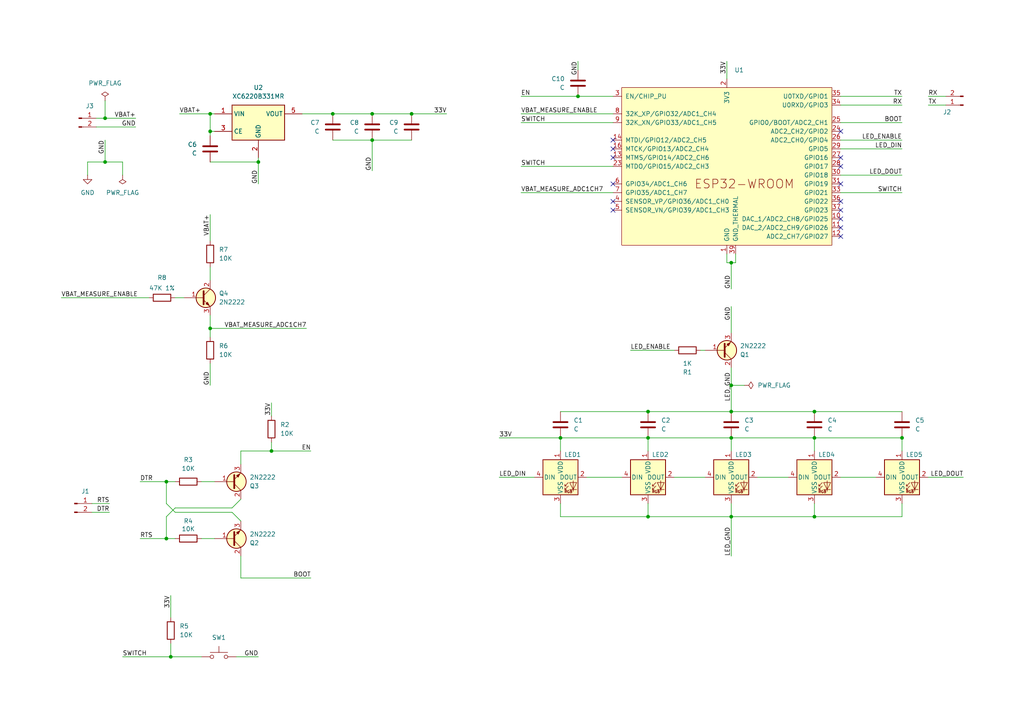
<source format=kicad_sch>
(kicad_sch (version 20231120) (generator "eeschema") (generator_version "8.0")
  (paper "A4")
  (title_block (title "SmartButton") (date "2024-07-20") (rev "1") (company "Gilles Zunino") (comment 1 "Reversed Engineered from device"))
  (lib_symbols
    (symbol "Connector:Conn_01x02_Pin" (pin_names (offset 1.016) hide)
      (property "Reference" "J" (at 0 2.54 0))
      (property "Value" "Conn_01x02_Pin" (at 0 -5.08 0))
      (symbol "Conn_01x02_Pin_1_1"
        (polyline (pts (xy 1.27 -2.54) (xy 0.8636 -2.54)) (stroke (width 0.1524)))
        (polyline (pts (xy 1.27 0) (xy 0.8636 0)) (stroke (width 0.1524)))
        (rectangle (start 0.8636 -2.413) (end 0 -2.667) (stroke (width 0.1524)) (fill (type outline)))
        (rectangle (start 0.8636 0.127) (end 0 -0.127) (stroke (width 0.1524)) (fill (type outline)))
        (pin passive line (at 5.08 0 180) (length 3.81) (name "Pin_1") (number "1"))
        (pin passive line (at 5.08 -2.54 180) (length 3.81) (name "Pin_2") (number "2"))
      )
    )
    (symbol "Device:C" (pin_numbers hide) (pin_names (offset 0.254))
      (property "Reference" "C" (at 0.635 2.54 0))
      (property "Value" "C" (at 0.635 -2.54 0))
      (symbol "C_0_1"
        (polyline (pts (xy -2.032 -0.762) (xy 2.032 -0.762)) (stroke (width 0.508)))
        (polyline (pts (xy -2.032 0.762) (xy 2.032 0.762)) (stroke (width 0.508)))
      )
      (symbol "C_1_1"
        (pin passive line (at 0 3.81 270) (length 2.794) (name "~") (number "1"))
        (pin passive line (at 0 -3.81 90) (length 2.794) (name "~") (number "2"))
      )
    )
    (symbol "Device:R" (pin_numbers hide) (pin_names (offset 0))
      (property "Reference" "R" (at 2.032 0 90))
      (property "Value" "R" (at 0 0 90))
      (symbol "R_0_1"
        (rectangle (start -1.016 -2.54) (end 1.016 2.54) (stroke (width 0.254)))
      )
      (symbol "R_1_1"
        (pin passive line (at 0 3.81 270) (length 1.27) (name "~") (number "1"))
        (pin passive line (at 0 -3.81 90) (length 1.27) (name "~") (number "2"))
      )
    )
    (symbol "Espressif:ESP32-WROOM-E" (pin_names (offset 1.016))
      (property "Reference" "U" (at -30.48 27.94 0))
      (property "Value" "ESP32-WROOM-E" (at -30.48 25.4 0))
      (symbol "ESP32-WROOM-E_0_1"
        (rectangle (start -30.48 22.86) (end 30.48 -22.86) (fill (type background)))
      )
      (symbol "ESP32-WROOM-E_1_1"
        (text "ESP32-­WROOM­" (at 5.08 -5.08 0) (effects (font (size 2.54 2.54))))
        (pin power_in line (at 0 -25.4 90) (length 2.54) (name "GND") (number "1"))
        (pin bidirectional line (at 33.02 -15.24 180) (length 2.54) (name "DAC_1/ADC2_CH8/GPIO25") (number "10"))
        (pin bidirectional line (at 33.02 -17.78 180) (length 2.54) (name "DAC_2/ADC2_CH9/GPIO26") (number "11"))
        (pin bidirectional line (at 33.02 -20.32 180) (length 2.54) (name "ADC2_CH7/GPIO27") (number "12"))
        (pin bidirectional line (at -33.02 2.54 0) (length 2.54) (name "MTMS/GPIO14/ADC2_CH6") (number "13"))
        (pin bidirectional line (at -33.02 7.62 0) (length 2.54) (name "MTDI/GPIO12/ADC2_CH5") (number "14"))
        (pin passive line (at 0 -25.4 90) (length 2.54) hide (name "GND") (number "15"))
        (pin bidirectional line (at -33.02 5.08 0) (length 2.54) (name "MTCK/GPIO13/ADC2_CH4") (number "16"))
        (pin power_in line (at 0 25.4 270) (length 2.54) (name "3V3") (number "2"))
        (pin bidirectional line (at -33.02 0 0) (length 2.54) (name "MTDO/GPIO15/ADC2_CH3") (number "23"))
        (pin bidirectional line (at 33.02 10.16 180) (length 2.54) (name "ADC2_CH2/GPIO2") (number "24"))
        (pin bidirectional line (at 33.02 12.7 180) (length 2.54) (name "GPIO0/BOOT/ADC2_CH1") (number "25"))
        (pin bidirectional line (at 33.02 7.62 180) (length 2.54) (name "ADC2_CH0/GPIO4") (number "26"))
        (pin bidirectional line (at 33.02 2.54 180) (length 2.54) (name "GPIO16") (number "27"))
        (pin bidirectional line (at 33.02 0 180) (length 2.54) (name "GPIO17") (number "28"))
        (pin bidirectional line (at 33.02 5.08 180) (length 2.54) (name "GPIO5") (number "29"))
        (pin input line (at -33.02 20.32 0) (length 2.54) (name "EN/CHIP_PU") (number "3"))
        (pin bidirectional line (at 33.02 -2.54 180) (length 2.54) (name "GPIO18") (number "30"))
        (pin bidirectional line (at 33.02 -5.08 180) (length 2.54) (name "GPIO19") (number "31"))
        (pin bidirectional line (at 33.02 -7.62 180) (length 2.54) (name "GPIO21") (number "33"))
        (pin bidirectional line (at 33.02 17.78 180) (length 2.54) (name "U0RXD/GPIO3") (number "34"))
        (pin bidirectional line (at 33.02 20.32 180) (length 2.54) (name "U0TXD/GPIO1") (number "35"))
        (pin bidirectional line (at 33.02 -10.16 180) (length 2.54) (name "GPIO22") (number "36"))
        (pin bidirectional line (at 33.02 -12.7 180) (length 2.54) (name "GPIO23") (number "37"))
        (pin passive line (at 0 -25.4 90) (length 2.54) hide (name "GND") (number "38"))
        (pin power_in line (at 2.54 -25.4 90) (length 2.54) (name "GND_THERMAL") (number "39"))
        (pin input line (at -33.02 -10.16 0) (length 2.54) (name "SENSOR_VP/GPIO36/ADC1_CH0") (number "4"))
        (pin input line (at -33.02 -12.7 0) (length 2.54) (name "SENSOR_VN/GPIO39/ADC1_CH3") (number "5"))
        (pin input line (at -33.02 -5.08 0) (length 2.54) (name "GPIO34/ADC1_CH6") (number "6"))
        (pin input line (at -33.02 -7.62 0) (length 2.54) (name "GPIO35/ADC1_CH7") (number "7"))
        (pin bidirectional line (at -33.02 15.24 0) (length 2.54) (name "32K_XP/GPIO32/ADC1_CH4") (number "8"))
        (pin bidirectional line (at -33.02 12.7 0) (length 2.54) (name "32K_XN/GPIO33/ADC1_CH5") (number "9"))
      )
    )
    (symbol "LED:WS2812B" (pin_names (offset 0.254))
      (property "Reference" "D" (at 5.08 5.715 0))
      (property "Value" "WS2812B" (at 1.27 -5.715 0))
      (symbol "WS2812B_0_0"
        (text "RGB" (at 2.286 -4.191 0) (effects (font (size 0.762 0.762))))
      )
      (symbol "WS2812B_0_1"
        (polyline (pts (xy 1.27 -3.556) (xy 1.778 -3.556)))
        (polyline (pts (xy 1.27 -2.54) (xy 1.778 -2.54)))
        (polyline (pts (xy 4.699 -3.556) (xy 2.667 -3.556)))
        (polyline (pts (xy 2.286 -2.54) (xy 1.27 -3.556) (xy 1.27 -3.048)))
        (polyline (pts (xy 2.286 -1.524) (xy 1.27 -2.54) (xy 1.27 -2.032)))
        (polyline (pts (xy 3.683 -1.016) (xy 3.683 -3.556) (xy 3.683 -4.064)))
        (polyline (pts (xy 4.699 -1.524) (xy 2.667 -1.524) (xy 3.683 -3.556) (xy 4.699 -1.524)))
        (rectangle (start 5.08 5.08) (end -5.08 -5.08) (stroke (width 0.254)) (fill (type background)))
      )
      (symbol "WS2812B_1_1"
        (pin power_in line (at 0 7.62 270) (length 2.54) (name "VDD") (number "1"))
        (pin output line (at 7.62 0 180) (length 2.54) (name "DOUT") (number "2"))
        (pin power_in line (at 0 -7.62 90) (length 2.54) (name "VSS") (number "3"))
        (pin input line (at -7.62 0 0) (length 2.54) (name "DIN") (number "4"))
      )
    )
    (symbol "Regulator_Linear:XC6220B331MR"
      (property "Reference" "U" (at 0 8.89 0))
      (property "Value" "XC6220B331MR" (at 0 6.35 0))
      (symbol "XC6220B331MR_0_1"
        (rectangle (start -7.62 5.08) (end 7.62 -5.08) (stroke (width 0.254)) (fill (type background)))
      )
      (symbol "XC6220B331MR_1_1"
        (pin power_in line (at -12.7 2.54 0) (length 5.08) (name "VIN") (number "1"))
        (pin power_in line (at 0 -10.16 90) (length 5.08) (name "GND") (number "2"))
        (pin input line (at -12.7 -2.54 0) (length 5.08) (name "CE") (number "3"))
        (pin no_connect line (at 7.62 -2.54 180) (length 5.08) hide (name "NC") (number "4"))
        (pin power_out line (at 12.7 2.54 180) (length 5.08) (name "VOUT") (number "5"))
      )
    )
    (symbol "Switch:SW_Push" (pin_numbers hide) (pin_names (offset 1.016) hide)
      (property "Reference" "SW" (at 1.27 2.54 0))
      (property "Value" "SW_Push" (at 0 -1.524 0))
      (symbol "SW_Push_0_1"
        (circle (center -2.032 0) (radius 0.508))
        (polyline (pts (xy 0 1.27) (xy 0 3.048)))
        (polyline (pts (xy 2.54 1.27) (xy -2.54 1.27)))
        (circle (center 2.032 0) (radius 0.508))
        (pin passive line (at -5.08 0 0) (length 2.54) (name "1") (number "1"))
        (pin passive line (at 5.08 0 180) (length 2.54) (name "2") (number "2"))
      )
    )
    (symbol "Transistor_BJT_AKL:Q_NPN_Generic_BCE" (pin_names hide)
      (property "Reference" "Q" (at 5.08 1.27 0))
      (property "Value" "Q_NPN_Generic_BCE" (at 5.08 -1.27 0))
      (symbol "Q_NPN_Generic_BCE_0_1"
        (polyline (pts (xy 0.635 0.635) (xy 2.54 2.54)))
        (polyline (pts (xy 0.635 -0.635) (xy 2.54 -2.54) (xy 2.54 -2.54)))
        (polyline (pts (xy 0.635 1.905) (xy 0.635 -1.905) (xy 0.635 -1.905)) (stroke (width 0.508)))
        (polyline (pts (xy 1.27 -1.778) (xy 1.778 -1.27) (xy 2.286 -2.286) (xy 1.27 -1.778) (xy 1.27 -1.778)) (fill (type outline)))
        (circle (center 1.27 0) (radius 2.8194) (stroke (width 0.254)) (fill (type background)))
      )
      (symbol "Q_NPN_Generic_BCE_1_1"
        (pin input line (at -5.08 0 0) (length 5.715) (name "B") (number "1"))
        (pin passive line (at 2.54 5.08 270) (length 2.54) (name "C") (number "2"))
        (pin passive line (at 2.54 -5.08 90) (length 2.54) (name "E") (number "3"))
      )
    )
    (symbol "power:GND" (power) (pin_numbers hide) (pin_names (offset 0) hide)
      (property "Value" "GND" (at 0 -3.81 0))
      (symbol "GND_0_1"
        (polyline (pts (xy 0 0) (xy 0 -1.27) (xy 1.27 -1.27) (xy 0 -2.54) (xy -1.27 -1.27) (xy 0 -1.27)))
      )
      (symbol "GND_1_1"
        (pin power_in line (at 0 0 270) (length 0) (name "~") (number "1"))
      )
    )
    (symbol "power:PWR_FLAG" (power) (pin_numbers hide) (pin_names (offset 0) hide)
      (property "Value" "PWR_FLAG" (at 0 3.81 0))
      (symbol "PWR_FLAG_0_0"
        (pin power_out line (at 0 0 90) (length 0) (name "~") (number "1"))
      )
      (symbol "PWR_FLAG_0_1"
        (polyline (pts (xy 0 0) (xy 0 1.27) (xy -1.016 1.905) (xy 0 2.54) (xy 1.016 1.905) (xy 0 1.27)))
      )
    )
  )
  (junction (at 107.95 40.64))
  (junction (at 212.09 149.86))
  (junction (at 261.62 127))
  (junction (at 187.96 149.86))
  (junction (at 212.09 119.38))
  (junction (at 49.53 190.5))
  (junction (at 74.93 46.99))
  (junction (at 48.26 156.21))
  (junction (at 162.56 127))
  (junction (at 30.48 46.99))
  (junction (at 78.74 130.81))
  (junction (at 236.22 149.86))
  (junction (at 212.09 111.76))
  (junction (at 60.96 38.1))
  (junction (at 60.96 95.25))
  (junction (at 30.48 34.29))
  (junction (at 212.09 127))
  (junction (at 212.09 76.2))
  (junction (at 187.96 119.38))
  (junction (at 236.22 119.38))
  (junction (at 187.96 127))
  (junction (at 96.52 33.02))
  (junction (at 119.38 33.02))
  (junction (at 60.96 33.02))
  (junction (at 48.26 139.7))
  (junction (at 107.95 33.02))
  (junction (at 236.22 127))
  (junction (at 167.64 27.94))
  (no_connect (at 243.84 45.72))
  (no_connect (at 177.8 45.72))
  (no_connect (at 243.84 38.1))
  (no_connect (at 177.8 43.18))
  (no_connect (at 243.84 68.58))
  (no_connect (at 243.84 58.42))
  (no_connect (at 243.84 66.04))
  (no_connect (at 243.84 63.5))
  (no_connect (at 177.8 40.64))
  (no_connect (at 243.84 48.26))
  (no_connect (at 177.8 58.42))
  (no_connect (at 177.8 53.34))
  (no_connect (at 177.8 60.96))
  (no_connect (at 243.84 60.96))
  (no_connect (at 243.84 53.34))
  (wire (pts (xy 144.78 138.43) (xy 154.94 138.43)))
  (wire (pts (xy 60.96 77.47) (xy 60.96 81.28)))
  (wire (pts (xy 35.56 190.5) (xy 49.53 190.5)))
  (wire (pts (xy 274.32 27.94) (xy 269.24 27.94)))
  (wire (pts (xy 30.48 40.64) (xy 30.48 46.99)))
  (wire (pts (xy 212.09 76.2) (xy 212.09 83.82)))
  (wire (pts (xy 78.74 130.81) (xy 90.17 130.81)))
  (wire (pts (xy 107.95 40.64) (xy 119.38 40.64)))
  (wire (pts (xy 40.64 156.21) (xy 48.26 156.21)))
  (wire (pts (xy 195.58 138.43) (xy 204.47 138.43)))
  (wire (pts (xy 60.96 38.1) (xy 60.96 39.37)))
  (wire (pts (xy 50.8 86.36) (xy 53.34 86.36)))
  (wire (pts (xy 243.84 50.8) (xy 261.62 50.8)))
  (wire (pts (xy 187.96 127) (xy 212.09 127)))
  (wire (pts (xy 187.96 149.86) (xy 212.09 149.86)))
  (wire (pts (xy 212.09 106.68) (xy 212.09 111.76)))
  (wire (pts (xy 60.96 62.23) (xy 60.96 69.85)))
  (wire (pts (xy 74.93 46.99) (xy 74.93 53.34)))
  (wire (pts (xy 48.26 139.7) (xy 50.8 139.7)))
  (wire (pts (xy 187.96 146.05) (xy 187.96 149.86)))
  (wire (pts (xy 162.56 149.86) (xy 187.96 149.86)))
  (wire (pts (xy 67.31 147.32) (xy 69.85 144.78)))
  (wire (pts (xy 69.85 134.62) (xy 69.85 130.81)))
  (wire (pts (xy 144.78 127) (xy 162.56 127)))
  (wire (pts (xy 243.84 40.64) (xy 261.62 40.64)))
  (wire (pts (xy 107.95 33.02) (xy 119.38 33.02)))
  (wire (pts (xy 151.13 48.26) (xy 177.8 48.26)))
  (wire (pts (xy 212.09 111.76) (xy 212.09 119.38)))
  (wire (pts (xy 243.84 27.94) (xy 261.62 27.94)))
  (wire (pts (xy 236.22 119.38) (xy 261.62 119.38)))
  (wire (pts (xy 58.42 156.21) (xy 62.23 156.21)))
  (wire (pts (xy 243.84 55.88) (xy 261.62 55.88)))
  (wire (pts (xy 58.42 139.7) (xy 62.23 139.7)))
  (wire (pts (xy 212.09 146.05) (xy 212.09 149.86)))
  (wire (pts (xy 212.09 96.52) (xy 212.09 88.9)))
  (wire (pts (xy 49.53 190.5) (xy 58.42 190.5)))
  (wire (pts (xy 87.63 33.02) (xy 96.52 33.02)))
  (wire (pts (xy 35.56 46.99) (xy 35.56 50.8)))
  (wire (pts (xy 212.09 119.38) (xy 236.22 119.38)))
  (wire (pts (xy 69.85 161.29) (xy 69.85 167.64)))
  (wire (pts (xy 50.8 148.59) (xy 67.31 148.59)))
  (wire (pts (xy 269.24 138.43) (xy 279.4 138.43)))
  (wire (pts (xy 236.22 127) (xy 236.22 130.81)))
  (wire (pts (xy 243.84 30.48) (xy 261.62 30.48)))
  (wire (pts (xy 69.85 151.13) (xy 67.31 148.59)))
  (wire (pts (xy 74.93 45.72) (xy 74.93 46.99)))
  (wire (pts (xy 243.84 43.18) (xy 261.62 43.18)))
  (wire (pts (xy 170.18 138.43) (xy 180.34 138.43)))
  (wire (pts (xy 210.82 73.66) (xy 210.82 76.2)))
  (wire (pts (xy 236.22 127) (xy 261.62 127)))
  (wire (pts (xy 52.07 33.02) (xy 60.96 33.02)))
  (wire (pts (xy 49.53 186.69) (xy 49.53 190.5)))
  (wire (pts (xy 212.09 76.2) (xy 213.36 76.2)))
  (wire (pts (xy 25.4 46.99) (xy 30.48 46.99)))
  (wire (pts (xy 219.71 138.43) (xy 228.6 138.43)))
  (wire (pts (xy 27.94 36.83) (xy 39.37 36.83)))
  (wire (pts (xy 30.48 34.29) (xy 39.37 34.29)))
  (wire (pts (xy 69.85 130.81) (xy 78.74 130.81)))
  (wire (pts (xy 243.84 138.43) (xy 254 138.43)))
  (wire (pts (xy 62.23 38.1) (xy 60.96 38.1)))
  (wire (pts (xy 162.56 119.38) (xy 187.96 119.38)))
  (wire (pts (xy 261.62 149.86) (xy 261.62 146.05)))
  (wire (pts (xy 78.74 128.27) (xy 78.74 130.81)))
  (wire (pts (xy 274.32 30.48) (xy 269.24 30.48)))
  (wire (pts (xy 212.09 127) (xy 236.22 127)))
  (wire (pts (xy 31.75 148.59) (xy 26.67 148.59)))
  (wire (pts (xy 162.56 146.05) (xy 162.56 149.86)))
  (wire (pts (xy 96.52 40.64) (xy 107.95 40.64)))
  (wire (pts (xy 162.56 130.81) (xy 162.56 127)))
  (wire (pts (xy 151.13 35.56) (xy 177.8 35.56)))
  (wire (pts (xy 212.09 149.86) (xy 236.22 149.86)))
  (wire (pts (xy 187.96 127) (xy 187.96 130.81)))
  (wire (pts (xy 60.96 95.25) (xy 88.9 95.25)))
  (wire (pts (xy 210.82 17.78) (xy 210.82 22.86)))
  (wire (pts (xy 48.26 149.86) (xy 50.8 147.32)))
  (wire (pts (xy 30.48 46.99) (xy 35.56 46.99)))
  (wire (pts (xy 60.96 91.44) (xy 60.96 95.25)))
  (wire (pts (xy 69.85 167.64) (xy 90.17 167.64)))
  (wire (pts (xy 167.64 17.78) (xy 167.64 20.32)))
  (wire (pts (xy 40.64 139.7) (xy 48.26 139.7)))
  (wire (pts (xy 212.09 111.76) (xy 215.9 111.76)))
  (wire (pts (xy 182.88 101.6) (xy 195.58 101.6)))
  (wire (pts (xy 48.26 156.21) (xy 50.8 156.21)))
  (wire (pts (xy 213.36 73.66) (xy 213.36 76.2)))
  (wire (pts (xy 17.78 86.36) (xy 43.18 86.36)))
  (wire (pts (xy 50.8 147.32) (xy 67.31 147.32)))
  (wire (pts (xy 60.96 38.1) (xy 60.96 33.02)))
  (wire (pts (xy 60.96 33.02) (xy 62.23 33.02)))
  (wire (pts (xy 119.38 33.02) (xy 129.54 33.02)))
  (wire (pts (xy 96.52 33.02) (xy 107.95 33.02)))
  (wire (pts (xy 27.94 34.29) (xy 30.48 34.29)))
  (wire (pts (xy 25.4 50.8) (xy 25.4 46.99)))
  (wire (pts (xy 212.09 127) (xy 212.09 130.81)))
  (wire (pts (xy 203.2 101.6) (xy 204.47 101.6)))
  (wire (pts (xy 236.22 146.05) (xy 236.22 149.86)))
  (wire (pts (xy 243.84 35.56) (xy 261.62 35.56)))
  (wire (pts (xy 78.74 116.84) (xy 78.74 120.65)))
  (wire (pts (xy 162.56 127) (xy 187.96 127)))
  (wire (pts (xy 212.09 149.86) (xy 212.09 161.29)))
  (wire (pts (xy 50.8 148.59) (xy 48.26 146.05)))
  (wire (pts (xy 48.26 149.86) (xy 48.26 156.21)))
  (wire (pts (xy 30.48 29.21) (xy 30.48 34.29)))
  (wire (pts (xy 261.62 127) (xy 261.62 130.81)))
  (wire (pts (xy 68.58 190.5) (xy 74.93 190.5)))
  (wire (pts (xy 210.82 76.2) (xy 212.09 76.2)))
  (wire (pts (xy 60.96 95.25) (xy 60.96 97.79)))
  (wire (pts (xy 48.26 139.7) (xy 48.26 146.05)))
  (wire (pts (xy 151.13 55.88) (xy 177.8 55.88)))
  (wire (pts (xy 49.53 172.72) (xy 49.53 179.07)))
  (wire (pts (xy 151.13 27.94) (xy 167.64 27.94)))
  (wire (pts (xy 151.13 33.02) (xy 177.8 33.02)))
  (wire (pts (xy 187.96 119.38) (xy 212.09 119.38)))
  (wire (pts (xy 167.64 27.94) (xy 177.8 27.94)))
  (wire (pts (xy 236.22 149.86) (xy 261.62 149.86)))
  (wire (pts (xy 31.75 146.05) (xy 26.67 146.05)))
  (wire (pts (xy 107.95 40.64) (xy 107.95 49.53)))
  (wire (pts (xy 60.96 105.41) (xy 60.96 111.76)))
  (wire (pts (xy 60.96 46.99) (xy 74.93 46.99)))
  (label "LED_ENABLE" (at 261.62 40.64 180))
  (label "BOOT" (at 261.62 35.56 180))
  (label "GND" (at 212.09 83.82 90))
  (label "LED_DOUT" (at 279.4 138.43 180))
  (label "SWITCH" (at 261.62 55.88 180))
  (label "VBAT_MEASURE_ENABLE" (at 17.78 86.36 0))
  (label "GND" (at 39.37 36.83 180))
  (label "GND" (at 74.93 190.5 180))
  (label "RX" (at 261.62 30.48 180))
  (label "LED_DOUT" (at 261.62 50.8 180))
  (label "VBAT_MEASURE_ADC1CH7" (at 88.9 95.25 180))
  (label "VBAT+" (at 52.07 33.02 0))
  (label "LED_DIN" (at 144.78 138.43 0))
  (label "RTS" (at 40.64 156.21 0))
  (label "LED_DIN" (at 261.62 43.18 180))
  (label "33V" (at 210.82 17.78 270))
  (label "GND" (at 74.93 53.34 90))
  (label "GND" (at 167.64 17.78 270))
  (label "VBAT+" (at 60.96 62.23 270))
  (label "GND" (at 30.48 40.64 270))
  (label "33V" (at 78.74 116.84 270))
  (label "33V" (at 49.53 172.72 270))
  (label "TX" (at 261.62 27.94 180))
  (label "BOOT" (at 90.17 167.64 180))
  (label "DTR" (at 40.64 139.7 0))
  (label "VBAT_MEASURE_ENABLE" (at 151.13 33.02 0))
  (label "SWITCH" (at 151.13 48.26 0))
  (label "TX" (at 269.24 30.48 0))
  (label "EN" (at 151.13 27.94 0))
  (label "GND" (at 60.96 111.76 90))
  (label "LED_ENABLE" (at 182.88 101.6 0))
  (label "EN" (at 90.17 130.81 180))
  (label "VBAT+" (at 39.37 34.29 180))
  (label "33V" (at 144.78 127 0))
  (label "GND" (at 212.09 88.9 270))
  (label "LED_GND" (at 212.09 107.95 270))
  (label "SWITCH" (at 151.13 35.56 0))
  (label "VBAT_MEASURE_ADC1CH7" (at 151.13 55.88 0))
  (label "33V" (at 129.54 33.02 180))
  (label "LED_GND" (at 212.09 161.29 90))
  (label "DTR" (at 31.75 148.59 180))
  (label "RTS" (at 31.75 146.05 180))
  (label "RX" (at 269.24 27.94 0))
  (label "SWITCH" (at 35.56 190.5 0))
  (label "GND" (at 107.95 49.53 90))
  (symbol (lib_id "Device:C") (at 107.95 36.83 0) (mirror y) (unit 1)
    (property "Reference" "C8" (at 104.14 35.5599 0) (effects (justify left)))
    (property "Value" "C" (at 104.14 38.0999 0) (effects (justify left)))
    (property "Description" "Unpolarized capacitor" (effects (hide yes)))
  )
  (symbol (lib_id "Device:R") (at 54.61 156.21 270) (unit 1)
    (property "Reference" "R4" (at 54.61 151.13 90))
    (property "Value" "10K" (at 54.61 153.416 90))
    (property "Description" "Resistor" (effects (hide yes)))
  )
  (symbol (lib_id "Device:C") (at 236.22 123.19 0) (unit 1)
    (property "Reference" "C4" (at 240.03 121.9199 0) (effects (justify left)))
    (property "Value" "C" (at 240.03 124.4599 0) (effects (justify left)))
    (property "Description" "Unpolarized capacitor" (effects (hide yes)))
  )
  (symbol (lib_id "power:PWR_FLAG") (at 35.56 50.8 180) (unit 1)
    (property "Reference" "#FLG01" (effects (hide yes)))
    (property "Value" "PWR_FLAG" (at 35.56 55.88 0))
    (property "Description" "Special symbol for telling ERC where power comes from" (effects (hide yes)))
  )
  (symbol (lib_id "Device:R") (at 60.96 101.6 0) (unit 1)
    (property "Reference" "R6" (at 63.5 100.3299 0) (effects (justify left)))
    (property "Value" "10K" (at 63.5 102.8699 0) (effects (justify left)))
    (property "Description" "Resistor" (effects (hide yes)))
  )
  (symbol (lib_id "power:GND") (at 25.4 50.8 0) (unit 1)
    (property "Reference" "#PWR01" (effects (hide yes)))
    (property "Value" "GND" (at 25.4 55.88 0))
    (property "Description" "Power symbol creates a global label with name \"GND\" , ground" (effects (hide yes)))
  )
  (symbol (lib_id "Switch:SW_Push") (at 63.5 190.5 0) (unit 1)
    (property "Reference" "SW1" (at 63.5 184.912 0))
    (property "Value" "SW_Push" (effects (hide yes)))
    (property "Description" "Push button switch, generic, two pins" (effects (hide yes)))
  )
  (symbol (lib_id "Connector:Conn_01x02_Pin") (at 21.59 146.05 0) (unit 1)
    (property "Reference" "J1" (at 24.765 142.494 0))
    (property "Value" "Conn_01x02_Pin" (effects (hide yes)))
    (property "Description" "Generic connector, single row, 01x02, script generated" (effects (hide yes)))
  )
  (symbol (lib_id "Connector:Conn_01x02_Pin") (at 279.4 30.48 180) (unit 1)
    (property "Reference" "J2" (at 274.701 32.512 0))
    (property "Value" "Conn_01x02_Pin" (effects (hide yes)))
    (property "Description" "Generic connector, single row, 01x02, script generated" (effects (hide yes)))
  )
  (symbol (lib_id "Device:R") (at 60.96 73.66 180) (unit 1)
    (property "Reference" "R7" (at 63.5 72.3899 0) (effects (justify right)))
    (property "Value" "10K" (at 63.5 74.9299 0) (effects (justify right)))
    (property "Description" "Resistor" (effects (hide yes)))
  )
  (symbol (lib_id "Transistor_BJT_AKL:Q_NPN_Generic_BCE") (at 67.31 139.7 0) (mirror x) (unit 1)
    (property "Reference" "Q3" (at 72.39 140.9701 0) (effects (justify left)))
    (property "Value" "2N2222" (at 72.39 138.4301 0) (effects (justify left)))
    (property "Description" "NPN transistor, generic symbol, Alternate KiCAD Library" (effects (hide yes)))
  )
  (symbol (lib_id "Espressif:ESP32-WROOM-E") (at 210.82 48.26 0) (unit 1)
    (property "Reference" "U1" (at 213.0141 20.32 0) (effects (justify left)))
    (property "Value" "ESP32-WROOM-E" (effects (hide yes)))
    (property "Footprint" "PCM_Espressif:ESP32-WROOM-32E" (effects (hide yes)))
    (property "Datasheet" "https://www.espressif.com/sites/default/files/documentation/esp32-wroom-32e_esp32-wroom-32ue_datasheet_en.pdf" (effects (hide yes)))
    (property "Description" "ESP32-WROOM-32E integrates ESP32-D0WD-V3, with higher stability and safety performance." (effects (hide yes)))
  )
  (symbol (lib_id "Device:C") (at 119.38 36.83 0) (mirror y) (unit 1)
    (property "Reference" "C9" (at 115.57 35.5599 0) (effects (justify left)))
    (property "Value" "C" (at 115.57 38.0999 0) (effects (justify left)))
    (property "Description" "Unpolarized capacitor" (effects (hide yes)))
  )
  (symbol (lib_id "Transistor_BJT_AKL:Q_NPN_Generic_BCE") (at 67.31 156.21 0) (mirror x) (unit 1)
    (property "Reference" "Q2" (at 72.39 157.4801 0) (effects (justify left)))
    (property "Value" "2N2222" (at 72.39 154.9401 0) (effects (justify left)))
    (property "Description" "NPN transistor, generic symbol, Alternate KiCAD Library" (effects (hide yes)))
  )
  (symbol (lib_id "Device:R") (at 78.74 124.46 0) (unit 1)
    (property "Reference" "R2" (at 81.28 123.1899 0) (effects (justify left)))
    (property "Value" "10K" (at 81.28 125.7299 0) (effects (justify left)))
    (property "Description" "Resistor" (effects (hide yes)))
  )
  (symbol (lib_id "Device:C") (at 187.96 123.19 0) (unit 1)
    (property "Reference" "C2" (at 191.77 121.9199 0) (effects (justify left)))
    (property "Value" "C" (at 191.77 124.4599 0) (effects (justify left)))
    (property "Description" "Unpolarized capacitor" (effects (hide yes)))
  )
  (symbol (lib_id "Device:R") (at 54.61 139.7 270) (unit 1)
    (property "Reference" "R3" (at 54.61 133.35 90))
    (property "Value" "10K" (at 54.61 135.89 90))
    (property "Description" "Resistor" (effects (hide yes)))
  )
  (symbol (lib_id "power:PWR_FLAG") (at 215.9 111.76 270) (mirror x) (unit 1)
    (property "Reference" "#FLG03" (effects (hide yes)))
    (property "Value" "PWR_FLAG" (at 219.71 111.7599 90) (effects (justify left)))
    (property "Description" "Special symbol for telling ERC where power comes from" (effects (hide yes)))
  )
  (symbol (lib_id "Device:C") (at 96.52 36.83 0) (mirror y) (unit 1)
    (property "Reference" "C7" (at 92.71 35.5599 0) (effects (justify left)))
    (property "Value" "C" (at 92.71 38.0999 0) (effects (justify left)))
    (property "Description" "Unpolarized capacitor" (effects (hide yes)))
  )
  (symbol (lib_id "LED:WS2812B") (at 236.22 138.43 0) (unit 1)
    (property "Reference" "LED4" (at 239.776 131.8574 0))
    (property "Value" "WS2812B" (effects (hide yes)))
    (property "Footprint" "LED_SMD:LED_WS2812B_PLCC4_5.0x5.0mm_P3.2mm" (effects (hide yes)))
    (property "Datasheet" "https://cdn-shop.adafruit.com/datasheets/WS2812B.pdf" (effects (hide yes)))
    (property "Description" "RGB LED with integrated controller" (effects (hide yes)))
  )
  (symbol (lib_id "Transistor_BJT_AKL:Q_NPN_Generic_BCE") (at 209.55 101.6 0) (mirror x) (unit 1)
    (property "Reference" "Q1" (at 214.63 102.8701 0) (effects (justify left)))
    (property "Value" "2N2222" (at 214.63 100.3301 0) (effects (justify left)))
    (property "Description" "NPN transistor, generic symbol, Alternate KiCAD Library" (effects (hide yes)))
  )
  (symbol (lib_id "Device:C") (at 162.56 123.19 0) (unit 1)
    (property "Reference" "C1" (at 166.37 121.9199 0) (effects (justify left)))
    (property "Value" "C" (at 166.37 124.4599 0) (effects (justify left)))
    (property "Description" "Unpolarized capacitor" (effects (hide yes)))
  )
  (symbol (lib_id "power:PWR_FLAG") (at 30.48 29.21 0) (unit 1)
    (property "Reference" "#FLG02" (effects (hide yes)))
    (property "Value" "PWR_FLAG" (at 30.48 24.13 0))
    (property "Description" "Special symbol for telling ERC where power comes from" (effects (hide yes)))
  )
  (symbol (lib_id "LED:WS2812B") (at 261.62 138.43 0) (unit 1)
    (property "Reference" "LED5" (at 265.176 131.8574 0))
    (property "Value" "WS2812B" (effects (hide yes)))
    (property "Footprint" "LED_SMD:LED_WS2812B_PLCC4_5.0x5.0mm_P3.2mm" (effects (hide yes)))
    (property "Datasheet" "https://cdn-shop.adafruit.com/datasheets/WS2812B.pdf" (effects (hide yes)))
    (property "Description" "RGB LED with integrated controller" (effects (hide yes)))
  )
  (symbol (lib_id "Transistor_BJT_AKL:Q_NPN_Generic_BCE") (at 58.42 86.36 0) (unit 1)
    (property "Reference" "Q4" (at 63.5 85.0899 0) (effects (justify left)))
    (property "Value" "2N2222" (at 63.5 87.6299 0) (effects (justify left)))
    (property "Description" "NPN transistor, generic symbol, Alternate KiCAD Library" (effects (hide yes)))
  )
  (symbol (lib_id "Regulator_Linear:XC6220B331MR") (at 74.93 35.56 0) (unit 1)
    (property "Reference" "U2" (at 74.93 25.4 0))
    (property "Value" "XC6220B331MR" (at 74.93 27.94 0))
    (property "Footprint" "Package_TO_SOT_SMD:SOT-23-5" (effects (hide yes)))
    (property "Datasheet" "https://www.torexsemi.com/file/xc6220/XC6220.pdf" (effects (hide yes)))
    (property "Description" "1A, Low Drop-out Voltage Regulator, Fixed Output 3.3V, SOT-23-5" (effects (hide yes)))
  )
  (symbol (lib_id "Device:R") (at 199.39 101.6 270) (mirror x) (unit 1)
    (property "Reference" "R1" (at 199.39 107.95 90))
    (property "Value" "1K" (at 199.39 105.41 90))
    (property "Description" "Resistor" (effects (hide yes)))
  )
  (symbol (lib_id "LED:WS2812B") (at 187.96 138.43 0) (unit 1)
    (property "Reference" "LED2" (at 191.516 131.8574 0))
    (property "Value" "WS2812B" (effects (hide yes)))
    (property "Footprint" "LED_SMD:LED_WS2812B_PLCC4_5.0x5.0mm_P3.2mm" (effects (hide yes)))
    (property "Datasheet" "https://cdn-shop.adafruit.com/datasheets/WS2812B.pdf" (effects (hide yes)))
    (property "Description" "RGB LED with integrated controller" (effects (hide yes)))
  )
  (symbol (lib_id "Device:R") (at 46.99 86.36 270) (unit 1)
    (property "Reference" "R8" (at 46.99 80.518 90))
    (property "Value" "47K 1%" (at 46.99 83.566 90))
    (property "Description" "Resistor" (effects (hide yes)))
  )
  (symbol (lib_id "Device:C") (at 261.62 123.19 0) (unit 1)
    (property "Reference" "C5" (at 265.43 121.9199 0) (effects (justify left)))
    (property "Value" "C" (at 265.43 124.4599 0) (effects (justify left)))
    (property "Description" "Unpolarized capacitor" (effects (hide yes)))
  )
  (symbol (lib_id "Device:R") (at 49.53 182.88 0) (unit 1)
    (property "Reference" "R5" (at 52.07 181.6099 0) (effects (justify left)))
    (property "Value" "10K" (at 52.07 184.1499 0) (effects (justify left)))
    (property "Description" "Resistor" (effects (hide yes)))
  )
  (symbol (lib_id "Connector:Conn_01x02_Pin") (at 22.86 34.29 0) (unit 1)
    (property "Reference" "J3" (at 26.035 30.734 0))
    (property "Value" "Conn_01x02_Pin" (effects (hide yes)))
    (property "Description" "Generic connector, single row, 01x02, script generated" (effects (hide yes)))
  )
  (symbol (lib_id "Device:C") (at 60.96 43.18 0) (mirror y) (unit 1)
    (property "Reference" "C6" (at 57.15 41.9099 0) (effects (justify left)))
    (property "Value" "C" (at 57.15 44.4499 0) (effects (justify left)))
    (property "Description" "Unpolarized capacitor" (effects (hide yes)))
  )
  (symbol (lib_id "Device:C") (at 167.64 24.13 0) (mirror y) (unit 1)
    (property "Reference" "C10" (at 163.83 22.8599 0) (effects (justify left)))
    (property "Value" "C" (at 163.83 25.3999 0) (effects (justify left)))
    (property "Description" "Unpolarized capacitor" (effects (hide yes)))
  )
  (symbol (lib_id "LED:WS2812B") (at 212.09 138.43 0) (unit 1)
    (property "Reference" "LED3" (at 215.646 131.8574 0))
    (property "Value" "WS2812B" (effects (hide yes)))
    (property "Footprint" "LED_SMD:LED_WS2812B_PLCC4_5.0x5.0mm_P3.2mm" (effects (hide yes)))
    (property "Datasheet" "https://cdn-shop.adafruit.com/datasheets/WS2812B.pdf" (effects (hide yes)))
    (property "Description" "RGB LED with integrated controller" (effects (hide yes)))
  )
  (symbol (lib_id "LED:WS2812B") (at 162.56 138.43 0) (unit 1)
    (property "Reference" "LED1" (at 166.116 131.8574 0))
    (property "Value" "WS2812B" (effects (hide yes)))
    (property "Footprint" "LED_SMD:LED_WS2812B_PLCC4_5.0x5.0mm_P3.2mm" (effects (hide yes)))
    (property "Datasheet" "https://cdn-shop.adafruit.com/datasheets/WS2812B.pdf" (effects (hide yes)))
    (property "Description" "RGB LED with integrated controller" (effects (hide yes)))
  )
  (symbol (lib_id "Device:C") (at 212.09 123.19 0) (unit 1)
    (property "Reference" "C3" (at 215.9 121.9199 0) (effects (justify left)))
    (property "Value" "C" (at 215.9 124.4599 0) (effects (justify left)))
    (property "Description" "Unpolarized capacitor" (effects (hide yes)))
  )
)
</source>
